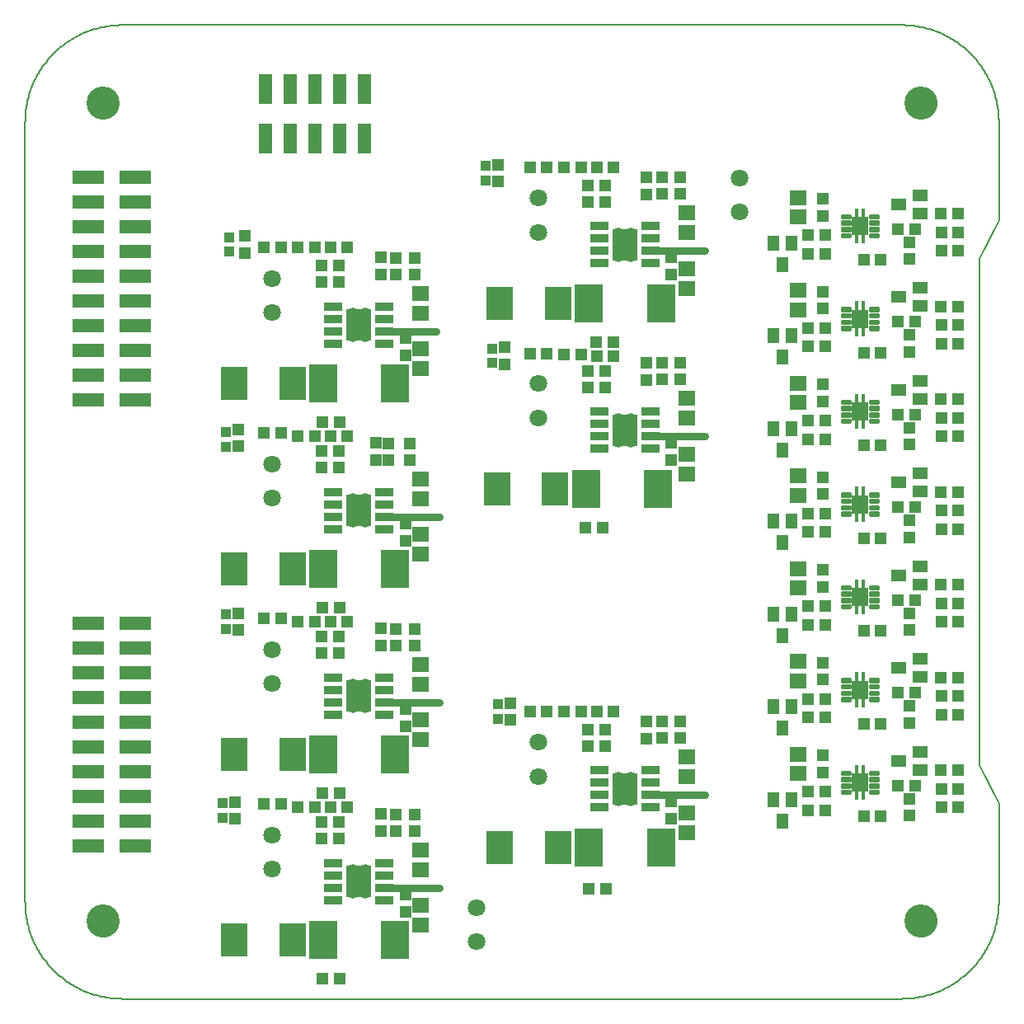
<source format=gts>
G75*
%MOIN*%
%OFA0B0*%
%FSLAX25Y25*%
%IPPOS*%
%LPD*%
%AMOC8*
5,1,8,0,0,1.08239X$1,22.5*
%
%ADD10C,0.00600*%
%ADD11C,0.03000*%
%ADD12C,0.00000*%
%ADD13C,0.13398*%
%ADD14R,0.12800X0.05800*%
%ADD15R,0.05800X0.12300*%
%ADD16R,0.07800X0.03200*%
%ADD17R,0.10249X0.13005*%
%ADD18C,0.03981*%
%ADD19R,0.05131X0.04737*%
%ADD20R,0.05052X0.04934*%
%ADD21R,0.07099X0.05918*%
%ADD22R,0.04934X0.05052*%
%ADD23R,0.04737X0.05131*%
%ADD24R,0.11824X0.15761*%
%ADD25C,0.07099*%
%ADD26R,0.10643X0.13595*%
%ADD27C,0.00903*%
%ADD28R,0.06706X0.07690*%
%ADD29R,0.01706X0.04048*%
%ADD30R,0.04737X0.06312*%
%ADD31R,0.06312X0.04737*%
%ADD32R,0.03950X0.03950*%
D10*
X0116800Y0058370D02*
X0116800Y0373331D01*
X0116811Y0374282D01*
X0116846Y0375233D01*
X0116903Y0376183D01*
X0116984Y0377131D01*
X0117087Y0378077D01*
X0117213Y0379020D01*
X0117362Y0379959D01*
X0117533Y0380895D01*
X0117728Y0381826D01*
X0117944Y0382753D01*
X0118183Y0383674D01*
X0118444Y0384589D01*
X0118727Y0385497D01*
X0119032Y0386398D01*
X0119358Y0387292D01*
X0119707Y0388177D01*
X0120076Y0389054D01*
X0120466Y0389922D01*
X0120878Y0390779D01*
X0121310Y0391627D01*
X0121762Y0392464D01*
X0122234Y0393290D01*
X0122726Y0394104D01*
X0123238Y0394906D01*
X0123769Y0395696D01*
X0124319Y0396472D01*
X0124887Y0397235D01*
X0125474Y0397984D01*
X0126079Y0398718D01*
X0126701Y0399438D01*
X0127341Y0400143D01*
X0127997Y0400831D01*
X0128670Y0401504D01*
X0129358Y0402160D01*
X0130063Y0402800D01*
X0130783Y0403422D01*
X0131517Y0404027D01*
X0132266Y0404614D01*
X0133029Y0405182D01*
X0133805Y0405732D01*
X0134595Y0406263D01*
X0135397Y0406775D01*
X0136211Y0407267D01*
X0137037Y0407739D01*
X0137874Y0408191D01*
X0138722Y0408623D01*
X0139579Y0409035D01*
X0140447Y0409425D01*
X0141324Y0409794D01*
X0142209Y0410143D01*
X0143103Y0410469D01*
X0144004Y0410774D01*
X0144912Y0411057D01*
X0145827Y0411318D01*
X0146748Y0411557D01*
X0147675Y0411773D01*
X0148606Y0411968D01*
X0149542Y0412139D01*
X0150481Y0412288D01*
X0151424Y0412414D01*
X0152370Y0412517D01*
X0153318Y0412598D01*
X0154268Y0412655D01*
X0155219Y0412690D01*
X0156170Y0412701D01*
X0471131Y0412701D01*
X0472082Y0412690D01*
X0473033Y0412655D01*
X0473983Y0412598D01*
X0474931Y0412517D01*
X0475877Y0412414D01*
X0476820Y0412288D01*
X0477759Y0412139D01*
X0478695Y0411968D01*
X0479626Y0411773D01*
X0480553Y0411557D01*
X0481474Y0411318D01*
X0482389Y0411057D01*
X0483297Y0410774D01*
X0484198Y0410469D01*
X0485092Y0410143D01*
X0485977Y0409794D01*
X0486854Y0409425D01*
X0487722Y0409035D01*
X0488579Y0408623D01*
X0489427Y0408191D01*
X0490264Y0407739D01*
X0491090Y0407267D01*
X0491904Y0406775D01*
X0492706Y0406263D01*
X0493496Y0405732D01*
X0494272Y0405182D01*
X0495035Y0404614D01*
X0495784Y0404027D01*
X0496518Y0403422D01*
X0497238Y0402800D01*
X0497943Y0402160D01*
X0498631Y0401504D01*
X0499304Y0400831D01*
X0499960Y0400143D01*
X0500600Y0399438D01*
X0501222Y0398718D01*
X0501827Y0397984D01*
X0502414Y0397235D01*
X0502982Y0396472D01*
X0503532Y0395696D01*
X0504063Y0394906D01*
X0504575Y0394104D01*
X0505067Y0393290D01*
X0505539Y0392464D01*
X0505991Y0391627D01*
X0506423Y0390779D01*
X0506835Y0389922D01*
X0507225Y0389054D01*
X0507594Y0388177D01*
X0507943Y0387292D01*
X0508269Y0386398D01*
X0508574Y0385497D01*
X0508857Y0384589D01*
X0509118Y0383674D01*
X0509357Y0382753D01*
X0509573Y0381826D01*
X0509768Y0380895D01*
X0509939Y0379959D01*
X0510088Y0379020D01*
X0510214Y0378077D01*
X0510317Y0377131D01*
X0510398Y0376183D01*
X0510455Y0375233D01*
X0510490Y0374282D01*
X0510501Y0373331D01*
X0510501Y0333961D01*
X0502627Y0318213D01*
X0502627Y0113488D01*
X0510501Y0097740D01*
X0510501Y0058370D01*
X0510490Y0057419D01*
X0510455Y0056468D01*
X0510398Y0055518D01*
X0510317Y0054570D01*
X0510214Y0053624D01*
X0510088Y0052681D01*
X0509939Y0051742D01*
X0509768Y0050806D01*
X0509573Y0049875D01*
X0509357Y0048948D01*
X0509118Y0048027D01*
X0508857Y0047112D01*
X0508574Y0046204D01*
X0508269Y0045303D01*
X0507943Y0044409D01*
X0507594Y0043524D01*
X0507225Y0042647D01*
X0506835Y0041779D01*
X0506423Y0040922D01*
X0505991Y0040074D01*
X0505539Y0039237D01*
X0505067Y0038411D01*
X0504575Y0037597D01*
X0504063Y0036795D01*
X0503532Y0036005D01*
X0502982Y0035229D01*
X0502414Y0034466D01*
X0501827Y0033717D01*
X0501222Y0032983D01*
X0500600Y0032263D01*
X0499960Y0031558D01*
X0499304Y0030870D01*
X0498631Y0030197D01*
X0497943Y0029541D01*
X0497238Y0028901D01*
X0496518Y0028279D01*
X0495784Y0027674D01*
X0495035Y0027087D01*
X0494272Y0026519D01*
X0493496Y0025969D01*
X0492706Y0025438D01*
X0491904Y0024926D01*
X0491090Y0024434D01*
X0490264Y0023962D01*
X0489427Y0023510D01*
X0488579Y0023078D01*
X0487722Y0022666D01*
X0486854Y0022276D01*
X0485977Y0021907D01*
X0485092Y0021558D01*
X0484198Y0021232D01*
X0483297Y0020927D01*
X0482389Y0020644D01*
X0481474Y0020383D01*
X0480553Y0020144D01*
X0479626Y0019928D01*
X0478695Y0019733D01*
X0477759Y0019562D01*
X0476820Y0019413D01*
X0475877Y0019287D01*
X0474931Y0019184D01*
X0473983Y0019103D01*
X0473033Y0019046D01*
X0472082Y0019011D01*
X0471131Y0019000D01*
X0156170Y0019000D01*
X0155219Y0019011D01*
X0154268Y0019046D01*
X0153318Y0019103D01*
X0152370Y0019184D01*
X0151424Y0019287D01*
X0150481Y0019413D01*
X0149542Y0019562D01*
X0148606Y0019733D01*
X0147675Y0019928D01*
X0146748Y0020144D01*
X0145827Y0020383D01*
X0144912Y0020644D01*
X0144004Y0020927D01*
X0143103Y0021232D01*
X0142209Y0021558D01*
X0141324Y0021907D01*
X0140447Y0022276D01*
X0139579Y0022666D01*
X0138722Y0023078D01*
X0137874Y0023510D01*
X0137037Y0023962D01*
X0136211Y0024434D01*
X0135397Y0024926D01*
X0134595Y0025438D01*
X0133805Y0025969D01*
X0133029Y0026519D01*
X0132266Y0027087D01*
X0131517Y0027674D01*
X0130783Y0028279D01*
X0130063Y0028901D01*
X0129358Y0029541D01*
X0128670Y0030197D01*
X0127997Y0030870D01*
X0127341Y0031558D01*
X0126701Y0032263D01*
X0126079Y0032983D01*
X0125474Y0033717D01*
X0124887Y0034466D01*
X0124319Y0035229D01*
X0123769Y0036005D01*
X0123238Y0036795D01*
X0122726Y0037597D01*
X0122234Y0038411D01*
X0121762Y0039237D01*
X0121310Y0040074D01*
X0120878Y0040922D01*
X0120466Y0041779D01*
X0120076Y0042647D01*
X0119707Y0043524D01*
X0119358Y0044409D01*
X0119032Y0045303D01*
X0118727Y0046204D01*
X0118444Y0047112D01*
X0118183Y0048027D01*
X0117944Y0048948D01*
X0117728Y0049875D01*
X0117533Y0050806D01*
X0117362Y0051742D01*
X0117213Y0052681D01*
X0117087Y0053624D01*
X0116984Y0054570D01*
X0116903Y0055518D01*
X0116846Y0056468D01*
X0116811Y0057419D01*
X0116800Y0058370D01*
D11*
X0263050Y0064000D02*
X0284300Y0064000D01*
X0370550Y0101500D02*
X0391800Y0101500D01*
X0284300Y0139000D02*
X0263050Y0139000D01*
X0263050Y0214000D02*
X0284300Y0214000D01*
X0370550Y0246500D02*
X0391800Y0246500D01*
X0391800Y0321500D02*
X0370550Y0321500D01*
X0283050Y0289000D02*
X0261800Y0289000D01*
D12*
X0141997Y0381205D02*
X0141999Y0381363D01*
X0142005Y0381521D01*
X0142015Y0381679D01*
X0142029Y0381837D01*
X0142047Y0381994D01*
X0142068Y0382151D01*
X0142094Y0382307D01*
X0142124Y0382463D01*
X0142157Y0382618D01*
X0142195Y0382771D01*
X0142236Y0382924D01*
X0142281Y0383076D01*
X0142330Y0383227D01*
X0142383Y0383376D01*
X0142439Y0383524D01*
X0142499Y0383670D01*
X0142563Y0383815D01*
X0142631Y0383958D01*
X0142702Y0384100D01*
X0142776Y0384240D01*
X0142854Y0384377D01*
X0142936Y0384513D01*
X0143020Y0384647D01*
X0143109Y0384778D01*
X0143200Y0384907D01*
X0143295Y0385034D01*
X0143392Y0385159D01*
X0143493Y0385281D01*
X0143597Y0385400D01*
X0143704Y0385517D01*
X0143814Y0385631D01*
X0143927Y0385742D01*
X0144042Y0385851D01*
X0144160Y0385956D01*
X0144281Y0386058D01*
X0144404Y0386158D01*
X0144530Y0386254D01*
X0144658Y0386347D01*
X0144788Y0386437D01*
X0144921Y0386523D01*
X0145056Y0386607D01*
X0145192Y0386686D01*
X0145331Y0386763D01*
X0145472Y0386835D01*
X0145614Y0386905D01*
X0145758Y0386970D01*
X0145904Y0387032D01*
X0146051Y0387090D01*
X0146200Y0387145D01*
X0146350Y0387196D01*
X0146501Y0387243D01*
X0146653Y0387286D01*
X0146806Y0387325D01*
X0146961Y0387361D01*
X0147116Y0387392D01*
X0147272Y0387420D01*
X0147428Y0387444D01*
X0147585Y0387464D01*
X0147743Y0387480D01*
X0147900Y0387492D01*
X0148059Y0387500D01*
X0148217Y0387504D01*
X0148375Y0387504D01*
X0148533Y0387500D01*
X0148692Y0387492D01*
X0148849Y0387480D01*
X0149007Y0387464D01*
X0149164Y0387444D01*
X0149320Y0387420D01*
X0149476Y0387392D01*
X0149631Y0387361D01*
X0149786Y0387325D01*
X0149939Y0387286D01*
X0150091Y0387243D01*
X0150242Y0387196D01*
X0150392Y0387145D01*
X0150541Y0387090D01*
X0150688Y0387032D01*
X0150834Y0386970D01*
X0150978Y0386905D01*
X0151120Y0386835D01*
X0151261Y0386763D01*
X0151400Y0386686D01*
X0151536Y0386607D01*
X0151671Y0386523D01*
X0151804Y0386437D01*
X0151934Y0386347D01*
X0152062Y0386254D01*
X0152188Y0386158D01*
X0152311Y0386058D01*
X0152432Y0385956D01*
X0152550Y0385851D01*
X0152665Y0385742D01*
X0152778Y0385631D01*
X0152888Y0385517D01*
X0152995Y0385400D01*
X0153099Y0385281D01*
X0153200Y0385159D01*
X0153297Y0385034D01*
X0153392Y0384907D01*
X0153483Y0384778D01*
X0153572Y0384647D01*
X0153656Y0384513D01*
X0153738Y0384377D01*
X0153816Y0384240D01*
X0153890Y0384100D01*
X0153961Y0383958D01*
X0154029Y0383815D01*
X0154093Y0383670D01*
X0154153Y0383524D01*
X0154209Y0383376D01*
X0154262Y0383227D01*
X0154311Y0383076D01*
X0154356Y0382924D01*
X0154397Y0382771D01*
X0154435Y0382618D01*
X0154468Y0382463D01*
X0154498Y0382307D01*
X0154524Y0382151D01*
X0154545Y0381994D01*
X0154563Y0381837D01*
X0154577Y0381679D01*
X0154587Y0381521D01*
X0154593Y0381363D01*
X0154595Y0381205D01*
X0154593Y0381047D01*
X0154587Y0380889D01*
X0154577Y0380731D01*
X0154563Y0380573D01*
X0154545Y0380416D01*
X0154524Y0380259D01*
X0154498Y0380103D01*
X0154468Y0379947D01*
X0154435Y0379792D01*
X0154397Y0379639D01*
X0154356Y0379486D01*
X0154311Y0379334D01*
X0154262Y0379183D01*
X0154209Y0379034D01*
X0154153Y0378886D01*
X0154093Y0378740D01*
X0154029Y0378595D01*
X0153961Y0378452D01*
X0153890Y0378310D01*
X0153816Y0378170D01*
X0153738Y0378033D01*
X0153656Y0377897D01*
X0153572Y0377763D01*
X0153483Y0377632D01*
X0153392Y0377503D01*
X0153297Y0377376D01*
X0153200Y0377251D01*
X0153099Y0377129D01*
X0152995Y0377010D01*
X0152888Y0376893D01*
X0152778Y0376779D01*
X0152665Y0376668D01*
X0152550Y0376559D01*
X0152432Y0376454D01*
X0152311Y0376352D01*
X0152188Y0376252D01*
X0152062Y0376156D01*
X0151934Y0376063D01*
X0151804Y0375973D01*
X0151671Y0375887D01*
X0151536Y0375803D01*
X0151400Y0375724D01*
X0151261Y0375647D01*
X0151120Y0375575D01*
X0150978Y0375505D01*
X0150834Y0375440D01*
X0150688Y0375378D01*
X0150541Y0375320D01*
X0150392Y0375265D01*
X0150242Y0375214D01*
X0150091Y0375167D01*
X0149939Y0375124D01*
X0149786Y0375085D01*
X0149631Y0375049D01*
X0149476Y0375018D01*
X0149320Y0374990D01*
X0149164Y0374966D01*
X0149007Y0374946D01*
X0148849Y0374930D01*
X0148692Y0374918D01*
X0148533Y0374910D01*
X0148375Y0374906D01*
X0148217Y0374906D01*
X0148059Y0374910D01*
X0147900Y0374918D01*
X0147743Y0374930D01*
X0147585Y0374946D01*
X0147428Y0374966D01*
X0147272Y0374990D01*
X0147116Y0375018D01*
X0146961Y0375049D01*
X0146806Y0375085D01*
X0146653Y0375124D01*
X0146501Y0375167D01*
X0146350Y0375214D01*
X0146200Y0375265D01*
X0146051Y0375320D01*
X0145904Y0375378D01*
X0145758Y0375440D01*
X0145614Y0375505D01*
X0145472Y0375575D01*
X0145331Y0375647D01*
X0145192Y0375724D01*
X0145056Y0375803D01*
X0144921Y0375887D01*
X0144788Y0375973D01*
X0144658Y0376063D01*
X0144530Y0376156D01*
X0144404Y0376252D01*
X0144281Y0376352D01*
X0144160Y0376454D01*
X0144042Y0376559D01*
X0143927Y0376668D01*
X0143814Y0376779D01*
X0143704Y0376893D01*
X0143597Y0377010D01*
X0143493Y0377129D01*
X0143392Y0377251D01*
X0143295Y0377376D01*
X0143200Y0377503D01*
X0143109Y0377632D01*
X0143020Y0377763D01*
X0142936Y0377897D01*
X0142854Y0378033D01*
X0142776Y0378170D01*
X0142702Y0378310D01*
X0142631Y0378452D01*
X0142563Y0378595D01*
X0142499Y0378740D01*
X0142439Y0378886D01*
X0142383Y0379034D01*
X0142330Y0379183D01*
X0142281Y0379334D01*
X0142236Y0379486D01*
X0142195Y0379639D01*
X0142157Y0379792D01*
X0142124Y0379947D01*
X0142094Y0380103D01*
X0142068Y0380259D01*
X0142047Y0380416D01*
X0142029Y0380573D01*
X0142015Y0380731D01*
X0142005Y0380889D01*
X0141999Y0381047D01*
X0141997Y0381205D01*
X0472706Y0381205D02*
X0472708Y0381363D01*
X0472714Y0381521D01*
X0472724Y0381679D01*
X0472738Y0381837D01*
X0472756Y0381994D01*
X0472777Y0382151D01*
X0472803Y0382307D01*
X0472833Y0382463D01*
X0472866Y0382618D01*
X0472904Y0382771D01*
X0472945Y0382924D01*
X0472990Y0383076D01*
X0473039Y0383227D01*
X0473092Y0383376D01*
X0473148Y0383524D01*
X0473208Y0383670D01*
X0473272Y0383815D01*
X0473340Y0383958D01*
X0473411Y0384100D01*
X0473485Y0384240D01*
X0473563Y0384377D01*
X0473645Y0384513D01*
X0473729Y0384647D01*
X0473818Y0384778D01*
X0473909Y0384907D01*
X0474004Y0385034D01*
X0474101Y0385159D01*
X0474202Y0385281D01*
X0474306Y0385400D01*
X0474413Y0385517D01*
X0474523Y0385631D01*
X0474636Y0385742D01*
X0474751Y0385851D01*
X0474869Y0385956D01*
X0474990Y0386058D01*
X0475113Y0386158D01*
X0475239Y0386254D01*
X0475367Y0386347D01*
X0475497Y0386437D01*
X0475630Y0386523D01*
X0475765Y0386607D01*
X0475901Y0386686D01*
X0476040Y0386763D01*
X0476181Y0386835D01*
X0476323Y0386905D01*
X0476467Y0386970D01*
X0476613Y0387032D01*
X0476760Y0387090D01*
X0476909Y0387145D01*
X0477059Y0387196D01*
X0477210Y0387243D01*
X0477362Y0387286D01*
X0477515Y0387325D01*
X0477670Y0387361D01*
X0477825Y0387392D01*
X0477981Y0387420D01*
X0478137Y0387444D01*
X0478294Y0387464D01*
X0478452Y0387480D01*
X0478609Y0387492D01*
X0478768Y0387500D01*
X0478926Y0387504D01*
X0479084Y0387504D01*
X0479242Y0387500D01*
X0479401Y0387492D01*
X0479558Y0387480D01*
X0479716Y0387464D01*
X0479873Y0387444D01*
X0480029Y0387420D01*
X0480185Y0387392D01*
X0480340Y0387361D01*
X0480495Y0387325D01*
X0480648Y0387286D01*
X0480800Y0387243D01*
X0480951Y0387196D01*
X0481101Y0387145D01*
X0481250Y0387090D01*
X0481397Y0387032D01*
X0481543Y0386970D01*
X0481687Y0386905D01*
X0481829Y0386835D01*
X0481970Y0386763D01*
X0482109Y0386686D01*
X0482245Y0386607D01*
X0482380Y0386523D01*
X0482513Y0386437D01*
X0482643Y0386347D01*
X0482771Y0386254D01*
X0482897Y0386158D01*
X0483020Y0386058D01*
X0483141Y0385956D01*
X0483259Y0385851D01*
X0483374Y0385742D01*
X0483487Y0385631D01*
X0483597Y0385517D01*
X0483704Y0385400D01*
X0483808Y0385281D01*
X0483909Y0385159D01*
X0484006Y0385034D01*
X0484101Y0384907D01*
X0484192Y0384778D01*
X0484281Y0384647D01*
X0484365Y0384513D01*
X0484447Y0384377D01*
X0484525Y0384240D01*
X0484599Y0384100D01*
X0484670Y0383958D01*
X0484738Y0383815D01*
X0484802Y0383670D01*
X0484862Y0383524D01*
X0484918Y0383376D01*
X0484971Y0383227D01*
X0485020Y0383076D01*
X0485065Y0382924D01*
X0485106Y0382771D01*
X0485144Y0382618D01*
X0485177Y0382463D01*
X0485207Y0382307D01*
X0485233Y0382151D01*
X0485254Y0381994D01*
X0485272Y0381837D01*
X0485286Y0381679D01*
X0485296Y0381521D01*
X0485302Y0381363D01*
X0485304Y0381205D01*
X0485302Y0381047D01*
X0485296Y0380889D01*
X0485286Y0380731D01*
X0485272Y0380573D01*
X0485254Y0380416D01*
X0485233Y0380259D01*
X0485207Y0380103D01*
X0485177Y0379947D01*
X0485144Y0379792D01*
X0485106Y0379639D01*
X0485065Y0379486D01*
X0485020Y0379334D01*
X0484971Y0379183D01*
X0484918Y0379034D01*
X0484862Y0378886D01*
X0484802Y0378740D01*
X0484738Y0378595D01*
X0484670Y0378452D01*
X0484599Y0378310D01*
X0484525Y0378170D01*
X0484447Y0378033D01*
X0484365Y0377897D01*
X0484281Y0377763D01*
X0484192Y0377632D01*
X0484101Y0377503D01*
X0484006Y0377376D01*
X0483909Y0377251D01*
X0483808Y0377129D01*
X0483704Y0377010D01*
X0483597Y0376893D01*
X0483487Y0376779D01*
X0483374Y0376668D01*
X0483259Y0376559D01*
X0483141Y0376454D01*
X0483020Y0376352D01*
X0482897Y0376252D01*
X0482771Y0376156D01*
X0482643Y0376063D01*
X0482513Y0375973D01*
X0482380Y0375887D01*
X0482245Y0375803D01*
X0482109Y0375724D01*
X0481970Y0375647D01*
X0481829Y0375575D01*
X0481687Y0375505D01*
X0481543Y0375440D01*
X0481397Y0375378D01*
X0481250Y0375320D01*
X0481101Y0375265D01*
X0480951Y0375214D01*
X0480800Y0375167D01*
X0480648Y0375124D01*
X0480495Y0375085D01*
X0480340Y0375049D01*
X0480185Y0375018D01*
X0480029Y0374990D01*
X0479873Y0374966D01*
X0479716Y0374946D01*
X0479558Y0374930D01*
X0479401Y0374918D01*
X0479242Y0374910D01*
X0479084Y0374906D01*
X0478926Y0374906D01*
X0478768Y0374910D01*
X0478609Y0374918D01*
X0478452Y0374930D01*
X0478294Y0374946D01*
X0478137Y0374966D01*
X0477981Y0374990D01*
X0477825Y0375018D01*
X0477670Y0375049D01*
X0477515Y0375085D01*
X0477362Y0375124D01*
X0477210Y0375167D01*
X0477059Y0375214D01*
X0476909Y0375265D01*
X0476760Y0375320D01*
X0476613Y0375378D01*
X0476467Y0375440D01*
X0476323Y0375505D01*
X0476181Y0375575D01*
X0476040Y0375647D01*
X0475901Y0375724D01*
X0475765Y0375803D01*
X0475630Y0375887D01*
X0475497Y0375973D01*
X0475367Y0376063D01*
X0475239Y0376156D01*
X0475113Y0376252D01*
X0474990Y0376352D01*
X0474869Y0376454D01*
X0474751Y0376559D01*
X0474636Y0376668D01*
X0474523Y0376779D01*
X0474413Y0376893D01*
X0474306Y0377010D01*
X0474202Y0377129D01*
X0474101Y0377251D01*
X0474004Y0377376D01*
X0473909Y0377503D01*
X0473818Y0377632D01*
X0473729Y0377763D01*
X0473645Y0377897D01*
X0473563Y0378033D01*
X0473485Y0378170D01*
X0473411Y0378310D01*
X0473340Y0378452D01*
X0473272Y0378595D01*
X0473208Y0378740D01*
X0473148Y0378886D01*
X0473092Y0379034D01*
X0473039Y0379183D01*
X0472990Y0379334D01*
X0472945Y0379486D01*
X0472904Y0379639D01*
X0472866Y0379792D01*
X0472833Y0379947D01*
X0472803Y0380103D01*
X0472777Y0380259D01*
X0472756Y0380416D01*
X0472738Y0380573D01*
X0472724Y0380731D01*
X0472714Y0380889D01*
X0472708Y0381047D01*
X0472706Y0381205D01*
X0472706Y0050496D02*
X0472708Y0050654D01*
X0472714Y0050812D01*
X0472724Y0050970D01*
X0472738Y0051128D01*
X0472756Y0051285D01*
X0472777Y0051442D01*
X0472803Y0051598D01*
X0472833Y0051754D01*
X0472866Y0051909D01*
X0472904Y0052062D01*
X0472945Y0052215D01*
X0472990Y0052367D01*
X0473039Y0052518D01*
X0473092Y0052667D01*
X0473148Y0052815D01*
X0473208Y0052961D01*
X0473272Y0053106D01*
X0473340Y0053249D01*
X0473411Y0053391D01*
X0473485Y0053531D01*
X0473563Y0053668D01*
X0473645Y0053804D01*
X0473729Y0053938D01*
X0473818Y0054069D01*
X0473909Y0054198D01*
X0474004Y0054325D01*
X0474101Y0054450D01*
X0474202Y0054572D01*
X0474306Y0054691D01*
X0474413Y0054808D01*
X0474523Y0054922D01*
X0474636Y0055033D01*
X0474751Y0055142D01*
X0474869Y0055247D01*
X0474990Y0055349D01*
X0475113Y0055449D01*
X0475239Y0055545D01*
X0475367Y0055638D01*
X0475497Y0055728D01*
X0475630Y0055814D01*
X0475765Y0055898D01*
X0475901Y0055977D01*
X0476040Y0056054D01*
X0476181Y0056126D01*
X0476323Y0056196D01*
X0476467Y0056261D01*
X0476613Y0056323D01*
X0476760Y0056381D01*
X0476909Y0056436D01*
X0477059Y0056487D01*
X0477210Y0056534D01*
X0477362Y0056577D01*
X0477515Y0056616D01*
X0477670Y0056652D01*
X0477825Y0056683D01*
X0477981Y0056711D01*
X0478137Y0056735D01*
X0478294Y0056755D01*
X0478452Y0056771D01*
X0478609Y0056783D01*
X0478768Y0056791D01*
X0478926Y0056795D01*
X0479084Y0056795D01*
X0479242Y0056791D01*
X0479401Y0056783D01*
X0479558Y0056771D01*
X0479716Y0056755D01*
X0479873Y0056735D01*
X0480029Y0056711D01*
X0480185Y0056683D01*
X0480340Y0056652D01*
X0480495Y0056616D01*
X0480648Y0056577D01*
X0480800Y0056534D01*
X0480951Y0056487D01*
X0481101Y0056436D01*
X0481250Y0056381D01*
X0481397Y0056323D01*
X0481543Y0056261D01*
X0481687Y0056196D01*
X0481829Y0056126D01*
X0481970Y0056054D01*
X0482109Y0055977D01*
X0482245Y0055898D01*
X0482380Y0055814D01*
X0482513Y0055728D01*
X0482643Y0055638D01*
X0482771Y0055545D01*
X0482897Y0055449D01*
X0483020Y0055349D01*
X0483141Y0055247D01*
X0483259Y0055142D01*
X0483374Y0055033D01*
X0483487Y0054922D01*
X0483597Y0054808D01*
X0483704Y0054691D01*
X0483808Y0054572D01*
X0483909Y0054450D01*
X0484006Y0054325D01*
X0484101Y0054198D01*
X0484192Y0054069D01*
X0484281Y0053938D01*
X0484365Y0053804D01*
X0484447Y0053668D01*
X0484525Y0053531D01*
X0484599Y0053391D01*
X0484670Y0053249D01*
X0484738Y0053106D01*
X0484802Y0052961D01*
X0484862Y0052815D01*
X0484918Y0052667D01*
X0484971Y0052518D01*
X0485020Y0052367D01*
X0485065Y0052215D01*
X0485106Y0052062D01*
X0485144Y0051909D01*
X0485177Y0051754D01*
X0485207Y0051598D01*
X0485233Y0051442D01*
X0485254Y0051285D01*
X0485272Y0051128D01*
X0485286Y0050970D01*
X0485296Y0050812D01*
X0485302Y0050654D01*
X0485304Y0050496D01*
X0485302Y0050338D01*
X0485296Y0050180D01*
X0485286Y0050022D01*
X0485272Y0049864D01*
X0485254Y0049707D01*
X0485233Y0049550D01*
X0485207Y0049394D01*
X0485177Y0049238D01*
X0485144Y0049083D01*
X0485106Y0048930D01*
X0485065Y0048777D01*
X0485020Y0048625D01*
X0484971Y0048474D01*
X0484918Y0048325D01*
X0484862Y0048177D01*
X0484802Y0048031D01*
X0484738Y0047886D01*
X0484670Y0047743D01*
X0484599Y0047601D01*
X0484525Y0047461D01*
X0484447Y0047324D01*
X0484365Y0047188D01*
X0484281Y0047054D01*
X0484192Y0046923D01*
X0484101Y0046794D01*
X0484006Y0046667D01*
X0483909Y0046542D01*
X0483808Y0046420D01*
X0483704Y0046301D01*
X0483597Y0046184D01*
X0483487Y0046070D01*
X0483374Y0045959D01*
X0483259Y0045850D01*
X0483141Y0045745D01*
X0483020Y0045643D01*
X0482897Y0045543D01*
X0482771Y0045447D01*
X0482643Y0045354D01*
X0482513Y0045264D01*
X0482380Y0045178D01*
X0482245Y0045094D01*
X0482109Y0045015D01*
X0481970Y0044938D01*
X0481829Y0044866D01*
X0481687Y0044796D01*
X0481543Y0044731D01*
X0481397Y0044669D01*
X0481250Y0044611D01*
X0481101Y0044556D01*
X0480951Y0044505D01*
X0480800Y0044458D01*
X0480648Y0044415D01*
X0480495Y0044376D01*
X0480340Y0044340D01*
X0480185Y0044309D01*
X0480029Y0044281D01*
X0479873Y0044257D01*
X0479716Y0044237D01*
X0479558Y0044221D01*
X0479401Y0044209D01*
X0479242Y0044201D01*
X0479084Y0044197D01*
X0478926Y0044197D01*
X0478768Y0044201D01*
X0478609Y0044209D01*
X0478452Y0044221D01*
X0478294Y0044237D01*
X0478137Y0044257D01*
X0477981Y0044281D01*
X0477825Y0044309D01*
X0477670Y0044340D01*
X0477515Y0044376D01*
X0477362Y0044415D01*
X0477210Y0044458D01*
X0477059Y0044505D01*
X0476909Y0044556D01*
X0476760Y0044611D01*
X0476613Y0044669D01*
X0476467Y0044731D01*
X0476323Y0044796D01*
X0476181Y0044866D01*
X0476040Y0044938D01*
X0475901Y0045015D01*
X0475765Y0045094D01*
X0475630Y0045178D01*
X0475497Y0045264D01*
X0475367Y0045354D01*
X0475239Y0045447D01*
X0475113Y0045543D01*
X0474990Y0045643D01*
X0474869Y0045745D01*
X0474751Y0045850D01*
X0474636Y0045959D01*
X0474523Y0046070D01*
X0474413Y0046184D01*
X0474306Y0046301D01*
X0474202Y0046420D01*
X0474101Y0046542D01*
X0474004Y0046667D01*
X0473909Y0046794D01*
X0473818Y0046923D01*
X0473729Y0047054D01*
X0473645Y0047188D01*
X0473563Y0047324D01*
X0473485Y0047461D01*
X0473411Y0047601D01*
X0473340Y0047743D01*
X0473272Y0047886D01*
X0473208Y0048031D01*
X0473148Y0048177D01*
X0473092Y0048325D01*
X0473039Y0048474D01*
X0472990Y0048625D01*
X0472945Y0048777D01*
X0472904Y0048930D01*
X0472866Y0049083D01*
X0472833Y0049238D01*
X0472803Y0049394D01*
X0472777Y0049550D01*
X0472756Y0049707D01*
X0472738Y0049864D01*
X0472724Y0050022D01*
X0472714Y0050180D01*
X0472708Y0050338D01*
X0472706Y0050496D01*
X0141997Y0050496D02*
X0141999Y0050654D01*
X0142005Y0050812D01*
X0142015Y0050970D01*
X0142029Y0051128D01*
X0142047Y0051285D01*
X0142068Y0051442D01*
X0142094Y0051598D01*
X0142124Y0051754D01*
X0142157Y0051909D01*
X0142195Y0052062D01*
X0142236Y0052215D01*
X0142281Y0052367D01*
X0142330Y0052518D01*
X0142383Y0052667D01*
X0142439Y0052815D01*
X0142499Y0052961D01*
X0142563Y0053106D01*
X0142631Y0053249D01*
X0142702Y0053391D01*
X0142776Y0053531D01*
X0142854Y0053668D01*
X0142936Y0053804D01*
X0143020Y0053938D01*
X0143109Y0054069D01*
X0143200Y0054198D01*
X0143295Y0054325D01*
X0143392Y0054450D01*
X0143493Y0054572D01*
X0143597Y0054691D01*
X0143704Y0054808D01*
X0143814Y0054922D01*
X0143927Y0055033D01*
X0144042Y0055142D01*
X0144160Y0055247D01*
X0144281Y0055349D01*
X0144404Y0055449D01*
X0144530Y0055545D01*
X0144658Y0055638D01*
X0144788Y0055728D01*
X0144921Y0055814D01*
X0145056Y0055898D01*
X0145192Y0055977D01*
X0145331Y0056054D01*
X0145472Y0056126D01*
X0145614Y0056196D01*
X0145758Y0056261D01*
X0145904Y0056323D01*
X0146051Y0056381D01*
X0146200Y0056436D01*
X0146350Y0056487D01*
X0146501Y0056534D01*
X0146653Y0056577D01*
X0146806Y0056616D01*
X0146961Y0056652D01*
X0147116Y0056683D01*
X0147272Y0056711D01*
X0147428Y0056735D01*
X0147585Y0056755D01*
X0147743Y0056771D01*
X0147900Y0056783D01*
X0148059Y0056791D01*
X0148217Y0056795D01*
X0148375Y0056795D01*
X0148533Y0056791D01*
X0148692Y0056783D01*
X0148849Y0056771D01*
X0149007Y0056755D01*
X0149164Y0056735D01*
X0149320Y0056711D01*
X0149476Y0056683D01*
X0149631Y0056652D01*
X0149786Y0056616D01*
X0149939Y0056577D01*
X0150091Y0056534D01*
X0150242Y0056487D01*
X0150392Y0056436D01*
X0150541Y0056381D01*
X0150688Y0056323D01*
X0150834Y0056261D01*
X0150978Y0056196D01*
X0151120Y0056126D01*
X0151261Y0056054D01*
X0151400Y0055977D01*
X0151536Y0055898D01*
X0151671Y0055814D01*
X0151804Y0055728D01*
X0151934Y0055638D01*
X0152062Y0055545D01*
X0152188Y0055449D01*
X0152311Y0055349D01*
X0152432Y0055247D01*
X0152550Y0055142D01*
X0152665Y0055033D01*
X0152778Y0054922D01*
X0152888Y0054808D01*
X0152995Y0054691D01*
X0153099Y0054572D01*
X0153200Y0054450D01*
X0153297Y0054325D01*
X0153392Y0054198D01*
X0153483Y0054069D01*
X0153572Y0053938D01*
X0153656Y0053804D01*
X0153738Y0053668D01*
X0153816Y0053531D01*
X0153890Y0053391D01*
X0153961Y0053249D01*
X0154029Y0053106D01*
X0154093Y0052961D01*
X0154153Y0052815D01*
X0154209Y0052667D01*
X0154262Y0052518D01*
X0154311Y0052367D01*
X0154356Y0052215D01*
X0154397Y0052062D01*
X0154435Y0051909D01*
X0154468Y0051754D01*
X0154498Y0051598D01*
X0154524Y0051442D01*
X0154545Y0051285D01*
X0154563Y0051128D01*
X0154577Y0050970D01*
X0154587Y0050812D01*
X0154593Y0050654D01*
X0154595Y0050496D01*
X0154593Y0050338D01*
X0154587Y0050180D01*
X0154577Y0050022D01*
X0154563Y0049864D01*
X0154545Y0049707D01*
X0154524Y0049550D01*
X0154498Y0049394D01*
X0154468Y0049238D01*
X0154435Y0049083D01*
X0154397Y0048930D01*
X0154356Y0048777D01*
X0154311Y0048625D01*
X0154262Y0048474D01*
X0154209Y0048325D01*
X0154153Y0048177D01*
X0154093Y0048031D01*
X0154029Y0047886D01*
X0153961Y0047743D01*
X0153890Y0047601D01*
X0153816Y0047461D01*
X0153738Y0047324D01*
X0153656Y0047188D01*
X0153572Y0047054D01*
X0153483Y0046923D01*
X0153392Y0046794D01*
X0153297Y0046667D01*
X0153200Y0046542D01*
X0153099Y0046420D01*
X0152995Y0046301D01*
X0152888Y0046184D01*
X0152778Y0046070D01*
X0152665Y0045959D01*
X0152550Y0045850D01*
X0152432Y0045745D01*
X0152311Y0045643D01*
X0152188Y0045543D01*
X0152062Y0045447D01*
X0151934Y0045354D01*
X0151804Y0045264D01*
X0151671Y0045178D01*
X0151536Y0045094D01*
X0151400Y0045015D01*
X0151261Y0044938D01*
X0151120Y0044866D01*
X0150978Y0044796D01*
X0150834Y0044731D01*
X0150688Y0044669D01*
X0150541Y0044611D01*
X0150392Y0044556D01*
X0150242Y0044505D01*
X0150091Y0044458D01*
X0149939Y0044415D01*
X0149786Y0044376D01*
X0149631Y0044340D01*
X0149476Y0044309D01*
X0149320Y0044281D01*
X0149164Y0044257D01*
X0149007Y0044237D01*
X0148849Y0044221D01*
X0148692Y0044209D01*
X0148533Y0044201D01*
X0148375Y0044197D01*
X0148217Y0044197D01*
X0148059Y0044201D01*
X0147900Y0044209D01*
X0147743Y0044221D01*
X0147585Y0044237D01*
X0147428Y0044257D01*
X0147272Y0044281D01*
X0147116Y0044309D01*
X0146961Y0044340D01*
X0146806Y0044376D01*
X0146653Y0044415D01*
X0146501Y0044458D01*
X0146350Y0044505D01*
X0146200Y0044556D01*
X0146051Y0044611D01*
X0145904Y0044669D01*
X0145758Y0044731D01*
X0145614Y0044796D01*
X0145472Y0044866D01*
X0145331Y0044938D01*
X0145192Y0045015D01*
X0145056Y0045094D01*
X0144921Y0045178D01*
X0144788Y0045264D01*
X0144658Y0045354D01*
X0144530Y0045447D01*
X0144404Y0045543D01*
X0144281Y0045643D01*
X0144160Y0045745D01*
X0144042Y0045850D01*
X0143927Y0045959D01*
X0143814Y0046070D01*
X0143704Y0046184D01*
X0143597Y0046301D01*
X0143493Y0046420D01*
X0143392Y0046542D01*
X0143295Y0046667D01*
X0143200Y0046794D01*
X0143109Y0046923D01*
X0143020Y0047054D01*
X0142936Y0047188D01*
X0142854Y0047324D01*
X0142776Y0047461D01*
X0142702Y0047601D01*
X0142631Y0047743D01*
X0142563Y0047886D01*
X0142499Y0048031D01*
X0142439Y0048177D01*
X0142383Y0048325D01*
X0142330Y0048474D01*
X0142281Y0048625D01*
X0142236Y0048777D01*
X0142195Y0048930D01*
X0142157Y0049083D01*
X0142124Y0049238D01*
X0142094Y0049394D01*
X0142068Y0049550D01*
X0142047Y0049707D01*
X0142029Y0049864D01*
X0142015Y0050022D01*
X0142005Y0050180D01*
X0141999Y0050338D01*
X0141997Y0050496D01*
D13*
X0148296Y0050496D03*
X0479005Y0050496D03*
X0479005Y0381205D03*
X0148296Y0381205D03*
D14*
X0142300Y0351102D03*
X0142300Y0341102D03*
X0142300Y0331102D03*
X0142300Y0321102D03*
X0142300Y0311102D03*
X0142300Y0301102D03*
X0142300Y0291102D03*
X0142300Y0281102D03*
X0142300Y0271102D03*
X0142300Y0261102D03*
X0161300Y0261102D03*
X0161300Y0271102D03*
X0161300Y0281102D03*
X0161300Y0291102D03*
X0161300Y0301102D03*
X0161300Y0311102D03*
X0161300Y0321102D03*
X0161300Y0331102D03*
X0161300Y0341102D03*
X0161300Y0351102D03*
X0161300Y0170890D03*
X0161300Y0160890D03*
X0161300Y0150890D03*
X0161300Y0140890D03*
X0161300Y0130890D03*
X0161300Y0120890D03*
X0161300Y0110890D03*
X0161300Y0100890D03*
X0161300Y0090890D03*
X0161300Y0080890D03*
X0142300Y0080890D03*
X0142300Y0090890D03*
X0142300Y0100890D03*
X0142300Y0110890D03*
X0142300Y0120890D03*
X0142300Y0130890D03*
X0142300Y0140890D03*
X0142300Y0150890D03*
X0142300Y0160890D03*
X0142300Y0170890D03*
D15*
X0213934Y0366710D03*
X0223934Y0366710D03*
X0233934Y0366710D03*
X0243934Y0366710D03*
X0253934Y0366710D03*
X0253934Y0386960D03*
X0243934Y0386960D03*
X0233934Y0386960D03*
X0223934Y0386960D03*
X0213934Y0386960D03*
D16*
X0241467Y0299000D03*
X0241467Y0294000D03*
X0241467Y0289000D03*
X0241467Y0284000D03*
X0262133Y0284000D03*
X0262133Y0289000D03*
X0262133Y0294000D03*
X0262133Y0299000D03*
X0348967Y0316500D03*
X0348967Y0321500D03*
X0348967Y0326500D03*
X0348967Y0331500D03*
X0369633Y0331500D03*
X0369633Y0326500D03*
X0369633Y0321500D03*
X0369633Y0316500D03*
X0369633Y0256500D03*
X0369633Y0251500D03*
X0369633Y0246500D03*
X0369633Y0241500D03*
X0348967Y0241500D03*
X0348967Y0246500D03*
X0348967Y0251500D03*
X0348967Y0256500D03*
X0262133Y0224000D03*
X0262133Y0219000D03*
X0262133Y0214000D03*
X0262133Y0209000D03*
X0241467Y0209000D03*
X0241467Y0214000D03*
X0241467Y0219000D03*
X0241467Y0224000D03*
X0241467Y0149000D03*
X0241467Y0144000D03*
X0241467Y0139000D03*
X0241467Y0134000D03*
X0262133Y0134000D03*
X0262133Y0139000D03*
X0262133Y0144000D03*
X0262133Y0149000D03*
X0348967Y0111500D03*
X0348967Y0106500D03*
X0348967Y0101500D03*
X0348967Y0096500D03*
X0369633Y0096500D03*
X0369633Y0101500D03*
X0369633Y0106500D03*
X0369633Y0111500D03*
X0262133Y0074000D03*
X0262133Y0069000D03*
X0262133Y0064000D03*
X0262133Y0059000D03*
X0241467Y0059000D03*
X0241467Y0064000D03*
X0241467Y0069000D03*
X0241467Y0074000D03*
D17*
X0251800Y0066500D03*
X0251800Y0141500D03*
X0251800Y0216500D03*
X0251800Y0291500D03*
X0359300Y0324000D03*
X0359300Y0249000D03*
X0359300Y0104000D03*
D18*
X0356800Y0104000D03*
X0356800Y0099000D03*
X0361800Y0099000D03*
X0361800Y0104000D03*
X0361800Y0109000D03*
X0356800Y0109000D03*
X0254300Y0136500D03*
X0254300Y0141500D03*
X0249300Y0141500D03*
X0249300Y0136500D03*
X0249300Y0146500D03*
X0254300Y0146500D03*
X0254300Y0211500D03*
X0254300Y0216500D03*
X0254300Y0221500D03*
X0249300Y0221500D03*
X0249300Y0216500D03*
X0249300Y0211500D03*
X0249300Y0286500D03*
X0249300Y0291500D03*
X0254300Y0291500D03*
X0254300Y0286500D03*
X0254300Y0296500D03*
X0249300Y0296500D03*
X0356800Y0319000D03*
X0356800Y0324000D03*
X0356800Y0329000D03*
X0361800Y0329000D03*
X0361800Y0324000D03*
X0361800Y0319000D03*
X0361800Y0254000D03*
X0361800Y0249000D03*
X0356800Y0249000D03*
X0356800Y0254000D03*
X0356800Y0244000D03*
X0361800Y0244000D03*
X0254300Y0071500D03*
X0254300Y0066500D03*
X0254300Y0061500D03*
X0249300Y0061500D03*
X0249300Y0066500D03*
X0249300Y0071500D03*
D19*
X0243675Y0083779D03*
X0243675Y0090471D03*
X0236800Y0090471D03*
X0236800Y0083779D03*
X0266800Y0086904D03*
X0266800Y0093596D03*
X0274300Y0093596D03*
X0274300Y0086904D03*
X0313050Y0131904D03*
X0313050Y0138596D03*
X0344300Y0127971D03*
X0344300Y0121279D03*
X0351175Y0121279D03*
X0351175Y0127971D03*
X0374300Y0131096D03*
X0381800Y0131096D03*
X0381800Y0124404D03*
X0374300Y0124404D03*
X0439300Y0117346D03*
X0439300Y0110654D03*
X0474300Y0099846D03*
X0474300Y0093154D03*
X0474300Y0130654D03*
X0474300Y0137346D03*
X0439300Y0148154D03*
X0439300Y0154846D03*
X0474300Y0168154D03*
X0474300Y0174846D03*
X0439300Y0185654D03*
X0439300Y0192346D03*
X0474300Y0205654D03*
X0474300Y0212346D03*
X0439300Y0223154D03*
X0439300Y0229846D03*
X0474300Y0243154D03*
X0474300Y0249846D03*
X0439300Y0260654D03*
X0439300Y0267346D03*
X0474300Y0280654D03*
X0474300Y0287346D03*
X0439300Y0298154D03*
X0439300Y0304846D03*
X0474300Y0318154D03*
X0474300Y0324846D03*
X0439300Y0335654D03*
X0439300Y0342346D03*
X0381800Y0344404D03*
X0381800Y0351096D03*
X0374300Y0351096D03*
X0374300Y0344404D03*
X0351175Y0341279D03*
X0351175Y0347971D03*
X0344300Y0347971D03*
X0344300Y0341279D03*
X0308050Y0349404D03*
X0308050Y0356096D03*
X0274300Y0318596D03*
X0266800Y0318596D03*
X0266800Y0311904D03*
X0274300Y0311904D03*
X0243675Y0308779D03*
X0243675Y0315471D03*
X0236800Y0315471D03*
X0236800Y0308779D03*
X0205550Y0320654D03*
X0205550Y0327346D03*
X0203050Y0249096D03*
X0203050Y0242404D03*
X0236800Y0240471D03*
X0236800Y0233779D03*
X0243675Y0233779D03*
X0243675Y0240471D03*
X0263675Y0243596D03*
X0263675Y0236904D03*
X0272425Y0236904D03*
X0272425Y0243596D03*
X0310550Y0275654D03*
X0310550Y0282346D03*
X0344300Y0272971D03*
X0344300Y0266279D03*
X0351175Y0266279D03*
X0351175Y0272971D03*
X0374300Y0276096D03*
X0381800Y0276096D03*
X0381800Y0269404D03*
X0374300Y0269404D03*
X0274300Y0168596D03*
X0266800Y0168596D03*
X0266800Y0161904D03*
X0274300Y0161904D03*
X0243675Y0158779D03*
X0243675Y0165471D03*
X0236800Y0165471D03*
X0236800Y0158779D03*
X0203050Y0168154D03*
X0203050Y0174846D03*
X0201550Y0098596D03*
X0201550Y0091904D03*
D20*
X0260550Y0093695D03*
X0260550Y0086805D03*
X0270550Y0061195D03*
X0270550Y0054305D03*
X0270550Y0129305D03*
X0270550Y0136195D03*
X0260550Y0161805D03*
X0260550Y0168695D03*
X0270550Y0204305D03*
X0270550Y0211195D03*
X0258675Y0236805D03*
X0258675Y0243695D03*
X0270550Y0279305D03*
X0270550Y0286195D03*
X0260550Y0311805D03*
X0260550Y0318695D03*
X0368050Y0344305D03*
X0368050Y0351195D03*
X0378050Y0318695D03*
X0378050Y0311805D03*
X0368050Y0276195D03*
X0368050Y0269305D03*
X0378050Y0243695D03*
X0378050Y0236805D03*
X0368050Y0131195D03*
X0368050Y0124305D03*
X0378050Y0098695D03*
X0378050Y0091805D03*
D21*
X0384300Y0094187D03*
X0384300Y0086313D03*
X0384300Y0108813D03*
X0384300Y0116687D03*
X0429300Y0117937D03*
X0429300Y0110063D03*
X0429300Y0147563D03*
X0429300Y0155437D03*
X0429300Y0185063D03*
X0429300Y0192937D03*
X0429300Y0222563D03*
X0429300Y0230437D03*
X0429300Y0260063D03*
X0429300Y0267937D03*
X0429300Y0297563D03*
X0429300Y0305437D03*
X0429300Y0335063D03*
X0429300Y0342937D03*
X0384300Y0336687D03*
X0384300Y0328813D03*
X0384300Y0314187D03*
X0384300Y0306313D03*
X0384300Y0261687D03*
X0384300Y0253813D03*
X0384300Y0239187D03*
X0384300Y0231313D03*
X0276800Y0229187D03*
X0276800Y0221313D03*
X0276800Y0206687D03*
X0276800Y0198813D03*
X0276800Y0154187D03*
X0276800Y0146313D03*
X0276800Y0131687D03*
X0276800Y0123813D03*
X0276800Y0079187D03*
X0276800Y0071313D03*
X0276800Y0056687D03*
X0276800Y0048813D03*
X0276800Y0273813D03*
X0276800Y0281687D03*
X0276800Y0296313D03*
X0276800Y0304187D03*
D22*
X0233995Y0322750D03*
X0227105Y0322750D03*
X0220245Y0322750D03*
X0213355Y0322750D03*
X0237105Y0252125D03*
X0233995Y0246500D03*
X0227105Y0246500D03*
X0220245Y0247750D03*
X0213355Y0247750D03*
X0243995Y0252125D03*
X0320855Y0280000D03*
X0327745Y0280000D03*
X0334605Y0279500D03*
X0341495Y0279500D03*
X0347730Y0284625D03*
X0354620Y0284625D03*
X0341495Y0355250D03*
X0334605Y0355250D03*
X0327745Y0355250D03*
X0320855Y0355250D03*
X0455855Y0317750D03*
X0462745Y0317750D03*
X0469605Y0330250D03*
X0476495Y0330250D03*
X0487105Y0336500D03*
X0493995Y0336500D03*
X0493995Y0299000D03*
X0487105Y0299000D03*
X0476495Y0292750D03*
X0469605Y0292750D03*
X0462745Y0280250D03*
X0455855Y0280250D03*
X0469605Y0255250D03*
X0476495Y0255250D03*
X0487105Y0261500D03*
X0493995Y0261500D03*
X0462745Y0242750D03*
X0455855Y0242750D03*
X0469605Y0217750D03*
X0476495Y0217750D03*
X0487105Y0224000D03*
X0493995Y0224000D03*
X0462745Y0205250D03*
X0455855Y0205250D03*
X0469605Y0180250D03*
X0476495Y0180250D03*
X0487105Y0186500D03*
X0493995Y0186500D03*
X0462745Y0167750D03*
X0455855Y0167750D03*
X0469605Y0142750D03*
X0476495Y0142750D03*
X0487105Y0149000D03*
X0493995Y0149000D03*
X0462745Y0130250D03*
X0455855Y0130250D03*
X0469605Y0105250D03*
X0476495Y0105250D03*
X0487105Y0111500D03*
X0493995Y0111500D03*
X0462745Y0092750D03*
X0455855Y0092750D03*
X0351495Y0063375D03*
X0344605Y0063375D03*
X0341495Y0135250D03*
X0334605Y0135250D03*
X0327745Y0135250D03*
X0320855Y0135250D03*
X0243995Y0102125D03*
X0237105Y0102125D03*
X0233995Y0096500D03*
X0227105Y0096500D03*
X0220245Y0097750D03*
X0213355Y0097750D03*
X0237105Y0027125D03*
X0243995Y0027125D03*
X0233995Y0171500D03*
X0227105Y0171500D03*
X0220245Y0172750D03*
X0213355Y0172750D03*
X0237105Y0177125D03*
X0243995Y0177125D03*
X0343355Y0209625D03*
X0350245Y0209625D03*
D23*
X0347829Y0279000D03*
X0354521Y0279000D03*
X0433454Y0282750D03*
X0440146Y0282750D03*
X0440146Y0290250D03*
X0433454Y0290250D03*
X0433454Y0320250D03*
X0440146Y0320250D03*
X0440146Y0327750D03*
X0433454Y0327750D03*
X0487204Y0329000D03*
X0493896Y0329000D03*
X0493896Y0321500D03*
X0487204Y0321500D03*
X0487204Y0291500D03*
X0493896Y0291500D03*
X0493896Y0284000D03*
X0487204Y0284000D03*
X0487204Y0254000D03*
X0493896Y0254000D03*
X0493896Y0246500D03*
X0487204Y0246500D03*
X0487204Y0216500D03*
X0493896Y0216500D03*
X0493896Y0209000D03*
X0487204Y0209000D03*
X0487204Y0179000D03*
X0493896Y0179000D03*
X0493896Y0171500D03*
X0487204Y0171500D03*
X0487204Y0141500D03*
X0493896Y0141500D03*
X0493896Y0134000D03*
X0487204Y0134000D03*
X0487204Y0104000D03*
X0493896Y0104000D03*
X0493896Y0096500D03*
X0487204Y0096500D03*
X0440146Y0095250D03*
X0433454Y0095250D03*
X0433454Y0102750D03*
X0440146Y0102750D03*
X0440146Y0132750D03*
X0433454Y0132750D03*
X0433454Y0140250D03*
X0440146Y0140250D03*
X0440146Y0170250D03*
X0433454Y0170250D03*
X0433454Y0177750D03*
X0440146Y0177750D03*
X0440146Y0207750D03*
X0433454Y0207750D03*
X0433454Y0215250D03*
X0440146Y0215250D03*
X0440146Y0245250D03*
X0433454Y0245250D03*
X0433454Y0252750D03*
X0440146Y0252750D03*
X0354521Y0355250D03*
X0347829Y0355250D03*
X0247021Y0322750D03*
X0240329Y0322750D03*
X0240329Y0246500D03*
X0247021Y0246500D03*
X0247021Y0171500D03*
X0240329Y0171500D03*
X0240329Y0096500D03*
X0247021Y0096500D03*
X0347829Y0135250D03*
X0354521Y0135250D03*
D24*
X0344733Y0080250D03*
X0373867Y0080250D03*
X0266367Y0042750D03*
X0237233Y0042750D03*
X0237233Y0117750D03*
X0266367Y0117750D03*
X0266367Y0192750D03*
X0237233Y0192750D03*
X0237233Y0267750D03*
X0266367Y0267750D03*
X0344733Y0300250D03*
X0373867Y0300250D03*
X0372617Y0225250D03*
X0343483Y0225250D03*
D25*
X0324300Y0253985D03*
X0324300Y0267765D03*
X0324300Y0328985D03*
X0324300Y0342765D03*
X0405550Y0337110D03*
X0405550Y0350890D03*
X0216800Y0310265D03*
X0216800Y0296485D03*
X0216800Y0235265D03*
X0216800Y0221485D03*
X0216800Y0160265D03*
X0216800Y0146485D03*
X0216800Y0085265D03*
X0216800Y0071485D03*
X0299300Y0055890D03*
X0299300Y0042110D03*
X0324300Y0108985D03*
X0324300Y0122765D03*
D26*
X0332361Y0080250D03*
X0308739Y0080250D03*
X0224861Y0042750D03*
X0201239Y0042750D03*
X0201239Y0117750D03*
X0224861Y0117750D03*
X0224861Y0192750D03*
X0201239Y0192750D03*
X0201239Y0267750D03*
X0224861Y0267750D03*
X0307489Y0225250D03*
X0331111Y0225250D03*
X0332361Y0300250D03*
X0308739Y0300250D03*
D27*
X0447008Y0297241D02*
X0450292Y0297241D01*
X0447008Y0297241D02*
X0447008Y0298437D01*
X0450292Y0298437D01*
X0450292Y0297241D01*
X0450292Y0298099D02*
X0447008Y0298099D01*
X0447008Y0294682D02*
X0450292Y0294682D01*
X0447008Y0294682D02*
X0447008Y0295878D01*
X0450292Y0295878D01*
X0450292Y0294682D01*
X0450292Y0295540D02*
X0447008Y0295540D01*
X0447008Y0292122D02*
X0450292Y0292122D01*
X0447008Y0292122D02*
X0447008Y0293318D01*
X0450292Y0293318D01*
X0450292Y0292122D01*
X0450292Y0292980D02*
X0447008Y0292980D01*
X0447008Y0289563D02*
X0450292Y0289563D01*
X0447008Y0289563D02*
X0447008Y0290759D01*
X0450292Y0290759D01*
X0450292Y0289563D01*
X0450292Y0290421D02*
X0447008Y0290421D01*
X0458308Y0290759D02*
X0461592Y0290759D01*
X0461592Y0289563D01*
X0458308Y0289563D01*
X0458308Y0290759D01*
X0458308Y0290421D02*
X0461592Y0290421D01*
X0461592Y0293318D02*
X0458308Y0293318D01*
X0461592Y0293318D02*
X0461592Y0292122D01*
X0458308Y0292122D01*
X0458308Y0293318D01*
X0458308Y0292980D02*
X0461592Y0292980D01*
X0461592Y0295878D02*
X0458308Y0295878D01*
X0461592Y0295878D02*
X0461592Y0294682D01*
X0458308Y0294682D01*
X0458308Y0295878D01*
X0458308Y0295540D02*
X0461592Y0295540D01*
X0461592Y0298437D02*
X0458308Y0298437D01*
X0461592Y0298437D02*
X0461592Y0297241D01*
X0458308Y0297241D01*
X0458308Y0298437D01*
X0458308Y0298099D02*
X0461592Y0298099D01*
X0461592Y0328259D02*
X0458308Y0328259D01*
X0461592Y0328259D02*
X0461592Y0327063D01*
X0458308Y0327063D01*
X0458308Y0328259D01*
X0458308Y0327921D02*
X0461592Y0327921D01*
X0461592Y0330818D02*
X0458308Y0330818D01*
X0461592Y0330818D02*
X0461592Y0329622D01*
X0458308Y0329622D01*
X0458308Y0330818D01*
X0458308Y0330480D02*
X0461592Y0330480D01*
X0461592Y0333378D02*
X0458308Y0333378D01*
X0461592Y0333378D02*
X0461592Y0332182D01*
X0458308Y0332182D01*
X0458308Y0333378D01*
X0458308Y0333040D02*
X0461592Y0333040D01*
X0461592Y0335937D02*
X0458308Y0335937D01*
X0461592Y0335937D02*
X0461592Y0334741D01*
X0458308Y0334741D01*
X0458308Y0335937D01*
X0458308Y0335599D02*
X0461592Y0335599D01*
X0450292Y0334741D02*
X0447008Y0334741D01*
X0447008Y0335937D01*
X0450292Y0335937D01*
X0450292Y0334741D01*
X0450292Y0335599D02*
X0447008Y0335599D01*
X0447008Y0332182D02*
X0450292Y0332182D01*
X0447008Y0332182D02*
X0447008Y0333378D01*
X0450292Y0333378D01*
X0450292Y0332182D01*
X0450292Y0333040D02*
X0447008Y0333040D01*
X0447008Y0329622D02*
X0450292Y0329622D01*
X0447008Y0329622D02*
X0447008Y0330818D01*
X0450292Y0330818D01*
X0450292Y0329622D01*
X0450292Y0330480D02*
X0447008Y0330480D01*
X0447008Y0327063D02*
X0450292Y0327063D01*
X0447008Y0327063D02*
X0447008Y0328259D01*
X0450292Y0328259D01*
X0450292Y0327063D01*
X0450292Y0327921D02*
X0447008Y0327921D01*
X0447008Y0259741D02*
X0450292Y0259741D01*
X0447008Y0259741D02*
X0447008Y0260937D01*
X0450292Y0260937D01*
X0450292Y0259741D01*
X0450292Y0260599D02*
X0447008Y0260599D01*
X0447008Y0257182D02*
X0450292Y0257182D01*
X0447008Y0257182D02*
X0447008Y0258378D01*
X0450292Y0258378D01*
X0450292Y0257182D01*
X0450292Y0258040D02*
X0447008Y0258040D01*
X0447008Y0254622D02*
X0450292Y0254622D01*
X0447008Y0254622D02*
X0447008Y0255818D01*
X0450292Y0255818D01*
X0450292Y0254622D01*
X0450292Y0255480D02*
X0447008Y0255480D01*
X0447008Y0252063D02*
X0450292Y0252063D01*
X0447008Y0252063D02*
X0447008Y0253259D01*
X0450292Y0253259D01*
X0450292Y0252063D01*
X0450292Y0252921D02*
X0447008Y0252921D01*
X0458308Y0253259D02*
X0461592Y0253259D01*
X0461592Y0252063D01*
X0458308Y0252063D01*
X0458308Y0253259D01*
X0458308Y0252921D02*
X0461592Y0252921D01*
X0461592Y0255818D02*
X0458308Y0255818D01*
X0461592Y0255818D02*
X0461592Y0254622D01*
X0458308Y0254622D01*
X0458308Y0255818D01*
X0458308Y0255480D02*
X0461592Y0255480D01*
X0461592Y0258378D02*
X0458308Y0258378D01*
X0461592Y0258378D02*
X0461592Y0257182D01*
X0458308Y0257182D01*
X0458308Y0258378D01*
X0458308Y0258040D02*
X0461592Y0258040D01*
X0461592Y0260937D02*
X0458308Y0260937D01*
X0461592Y0260937D02*
X0461592Y0259741D01*
X0458308Y0259741D01*
X0458308Y0260937D01*
X0458308Y0260599D02*
X0461592Y0260599D01*
X0461592Y0223437D02*
X0458308Y0223437D01*
X0461592Y0223437D02*
X0461592Y0222241D01*
X0458308Y0222241D01*
X0458308Y0223437D01*
X0458308Y0223099D02*
X0461592Y0223099D01*
X0461592Y0220878D02*
X0458308Y0220878D01*
X0461592Y0220878D02*
X0461592Y0219682D01*
X0458308Y0219682D01*
X0458308Y0220878D01*
X0458308Y0220540D02*
X0461592Y0220540D01*
X0461592Y0218318D02*
X0458308Y0218318D01*
X0461592Y0218318D02*
X0461592Y0217122D01*
X0458308Y0217122D01*
X0458308Y0218318D01*
X0458308Y0217980D02*
X0461592Y0217980D01*
X0461592Y0215759D02*
X0458308Y0215759D01*
X0461592Y0215759D02*
X0461592Y0214563D01*
X0458308Y0214563D01*
X0458308Y0215759D01*
X0458308Y0215421D02*
X0461592Y0215421D01*
X0450292Y0214563D02*
X0447008Y0214563D01*
X0447008Y0215759D01*
X0450292Y0215759D01*
X0450292Y0214563D01*
X0450292Y0215421D02*
X0447008Y0215421D01*
X0447008Y0217122D02*
X0450292Y0217122D01*
X0447008Y0217122D02*
X0447008Y0218318D01*
X0450292Y0218318D01*
X0450292Y0217122D01*
X0450292Y0217980D02*
X0447008Y0217980D01*
X0447008Y0219682D02*
X0450292Y0219682D01*
X0447008Y0219682D02*
X0447008Y0220878D01*
X0450292Y0220878D01*
X0450292Y0219682D01*
X0450292Y0220540D02*
X0447008Y0220540D01*
X0447008Y0222241D02*
X0450292Y0222241D01*
X0447008Y0222241D02*
X0447008Y0223437D01*
X0450292Y0223437D01*
X0450292Y0222241D01*
X0450292Y0223099D02*
X0447008Y0223099D01*
X0447008Y0184741D02*
X0450292Y0184741D01*
X0447008Y0184741D02*
X0447008Y0185937D01*
X0450292Y0185937D01*
X0450292Y0184741D01*
X0450292Y0185599D02*
X0447008Y0185599D01*
X0447008Y0182182D02*
X0450292Y0182182D01*
X0447008Y0182182D02*
X0447008Y0183378D01*
X0450292Y0183378D01*
X0450292Y0182182D01*
X0450292Y0183040D02*
X0447008Y0183040D01*
X0447008Y0179622D02*
X0450292Y0179622D01*
X0447008Y0179622D02*
X0447008Y0180818D01*
X0450292Y0180818D01*
X0450292Y0179622D01*
X0450292Y0180480D02*
X0447008Y0180480D01*
X0447008Y0177063D02*
X0450292Y0177063D01*
X0447008Y0177063D02*
X0447008Y0178259D01*
X0450292Y0178259D01*
X0450292Y0177063D01*
X0450292Y0177921D02*
X0447008Y0177921D01*
X0458308Y0178259D02*
X0461592Y0178259D01*
X0461592Y0177063D01*
X0458308Y0177063D01*
X0458308Y0178259D01*
X0458308Y0177921D02*
X0461592Y0177921D01*
X0461592Y0180818D02*
X0458308Y0180818D01*
X0461592Y0180818D02*
X0461592Y0179622D01*
X0458308Y0179622D01*
X0458308Y0180818D01*
X0458308Y0180480D02*
X0461592Y0180480D01*
X0461592Y0183378D02*
X0458308Y0183378D01*
X0461592Y0183378D02*
X0461592Y0182182D01*
X0458308Y0182182D01*
X0458308Y0183378D01*
X0458308Y0183040D02*
X0461592Y0183040D01*
X0461592Y0185937D02*
X0458308Y0185937D01*
X0461592Y0185937D02*
X0461592Y0184741D01*
X0458308Y0184741D01*
X0458308Y0185937D01*
X0458308Y0185599D02*
X0461592Y0185599D01*
X0461592Y0148437D02*
X0458308Y0148437D01*
X0461592Y0148437D02*
X0461592Y0147241D01*
X0458308Y0147241D01*
X0458308Y0148437D01*
X0458308Y0148099D02*
X0461592Y0148099D01*
X0461592Y0145878D02*
X0458308Y0145878D01*
X0461592Y0145878D02*
X0461592Y0144682D01*
X0458308Y0144682D01*
X0458308Y0145878D01*
X0458308Y0145540D02*
X0461592Y0145540D01*
X0461592Y0143318D02*
X0458308Y0143318D01*
X0461592Y0143318D02*
X0461592Y0142122D01*
X0458308Y0142122D01*
X0458308Y0143318D01*
X0458308Y0142980D02*
X0461592Y0142980D01*
X0461592Y0140759D02*
X0458308Y0140759D01*
X0461592Y0140759D02*
X0461592Y0139563D01*
X0458308Y0139563D01*
X0458308Y0140759D01*
X0458308Y0140421D02*
X0461592Y0140421D01*
X0450292Y0139563D02*
X0447008Y0139563D01*
X0447008Y0140759D01*
X0450292Y0140759D01*
X0450292Y0139563D01*
X0450292Y0140421D02*
X0447008Y0140421D01*
X0447008Y0142122D02*
X0450292Y0142122D01*
X0447008Y0142122D02*
X0447008Y0143318D01*
X0450292Y0143318D01*
X0450292Y0142122D01*
X0450292Y0142980D02*
X0447008Y0142980D01*
X0447008Y0144682D02*
X0450292Y0144682D01*
X0447008Y0144682D02*
X0447008Y0145878D01*
X0450292Y0145878D01*
X0450292Y0144682D01*
X0450292Y0145540D02*
X0447008Y0145540D01*
X0447008Y0147241D02*
X0450292Y0147241D01*
X0447008Y0147241D02*
X0447008Y0148437D01*
X0450292Y0148437D01*
X0450292Y0147241D01*
X0450292Y0148099D02*
X0447008Y0148099D01*
X0447008Y0109741D02*
X0450292Y0109741D01*
X0447008Y0109741D02*
X0447008Y0110937D01*
X0450292Y0110937D01*
X0450292Y0109741D01*
X0450292Y0110599D02*
X0447008Y0110599D01*
X0447008Y0107182D02*
X0450292Y0107182D01*
X0447008Y0107182D02*
X0447008Y0108378D01*
X0450292Y0108378D01*
X0450292Y0107182D01*
X0450292Y0108040D02*
X0447008Y0108040D01*
X0447008Y0104622D02*
X0450292Y0104622D01*
X0447008Y0104622D02*
X0447008Y0105818D01*
X0450292Y0105818D01*
X0450292Y0104622D01*
X0450292Y0105480D02*
X0447008Y0105480D01*
X0447008Y0102063D02*
X0450292Y0102063D01*
X0447008Y0102063D02*
X0447008Y0103259D01*
X0450292Y0103259D01*
X0450292Y0102063D01*
X0450292Y0102921D02*
X0447008Y0102921D01*
X0458308Y0103259D02*
X0461592Y0103259D01*
X0461592Y0102063D01*
X0458308Y0102063D01*
X0458308Y0103259D01*
X0458308Y0102921D02*
X0461592Y0102921D01*
X0461592Y0105818D02*
X0458308Y0105818D01*
X0461592Y0105818D02*
X0461592Y0104622D01*
X0458308Y0104622D01*
X0458308Y0105818D01*
X0458308Y0105480D02*
X0461592Y0105480D01*
X0461592Y0108378D02*
X0458308Y0108378D01*
X0461592Y0108378D02*
X0461592Y0107182D01*
X0458308Y0107182D01*
X0458308Y0108378D01*
X0458308Y0108040D02*
X0461592Y0108040D01*
X0461592Y0110937D02*
X0458308Y0110937D01*
X0461592Y0110937D02*
X0461592Y0109741D01*
X0458308Y0109741D01*
X0458308Y0110937D01*
X0458308Y0110599D02*
X0461592Y0110599D01*
D28*
X0454300Y0106500D03*
X0454300Y0144000D03*
X0454300Y0181500D03*
X0454300Y0219000D03*
X0454300Y0256500D03*
X0454300Y0294000D03*
X0454300Y0331500D03*
D29*
X0453020Y0326431D03*
X0455580Y0326431D03*
X0455580Y0336569D03*
X0453020Y0336569D03*
X0453020Y0299069D03*
X0455580Y0299069D03*
X0455580Y0288931D03*
X0453020Y0288931D03*
X0453020Y0261569D03*
X0455580Y0261569D03*
X0455580Y0251431D03*
X0453020Y0251431D03*
X0453020Y0224069D03*
X0455580Y0224069D03*
X0455580Y0213931D03*
X0453020Y0213931D03*
X0453020Y0186569D03*
X0455580Y0186569D03*
X0455580Y0176431D03*
X0453020Y0176431D03*
X0453020Y0149069D03*
X0455580Y0149069D03*
X0455580Y0138931D03*
X0453020Y0138931D03*
X0453020Y0111569D03*
X0455580Y0111569D03*
X0455580Y0101431D03*
X0453020Y0101431D03*
D30*
X0426790Y0099581D03*
X0419310Y0099581D03*
X0423050Y0090919D03*
X0423050Y0128419D03*
X0419310Y0137081D03*
X0426790Y0137081D03*
X0423050Y0165919D03*
X0419310Y0174581D03*
X0426790Y0174581D03*
X0423050Y0203419D03*
X0419310Y0212081D03*
X0426790Y0212081D03*
X0423050Y0240919D03*
X0419310Y0249581D03*
X0426790Y0249581D03*
X0423050Y0278419D03*
X0419310Y0287081D03*
X0426790Y0287081D03*
X0423050Y0315919D03*
X0419310Y0324581D03*
X0426790Y0324581D03*
D31*
X0469969Y0340250D03*
X0478631Y0336510D03*
X0478631Y0343990D03*
X0478631Y0306490D03*
X0469969Y0302750D03*
X0478631Y0299010D03*
X0478631Y0268990D03*
X0469969Y0265250D03*
X0478631Y0261510D03*
X0478631Y0231490D03*
X0478631Y0224010D03*
X0469969Y0227750D03*
X0478631Y0193990D03*
X0469969Y0190250D03*
X0478631Y0186510D03*
X0478631Y0156490D03*
X0469969Y0152750D03*
X0478631Y0149010D03*
X0478631Y0118990D03*
X0469969Y0115250D03*
X0478631Y0111510D03*
D32*
X0308050Y0132297D03*
X0308050Y0138203D03*
X0198050Y0168547D03*
X0198050Y0174453D03*
X0198050Y0242297D03*
X0198050Y0248203D03*
X0199300Y0321047D03*
X0199300Y0326953D03*
X0303050Y0349797D03*
X0303050Y0355703D03*
X0305550Y0281953D03*
X0305550Y0276047D03*
X0196800Y0098203D03*
X0196800Y0092297D03*
M02*

</source>
